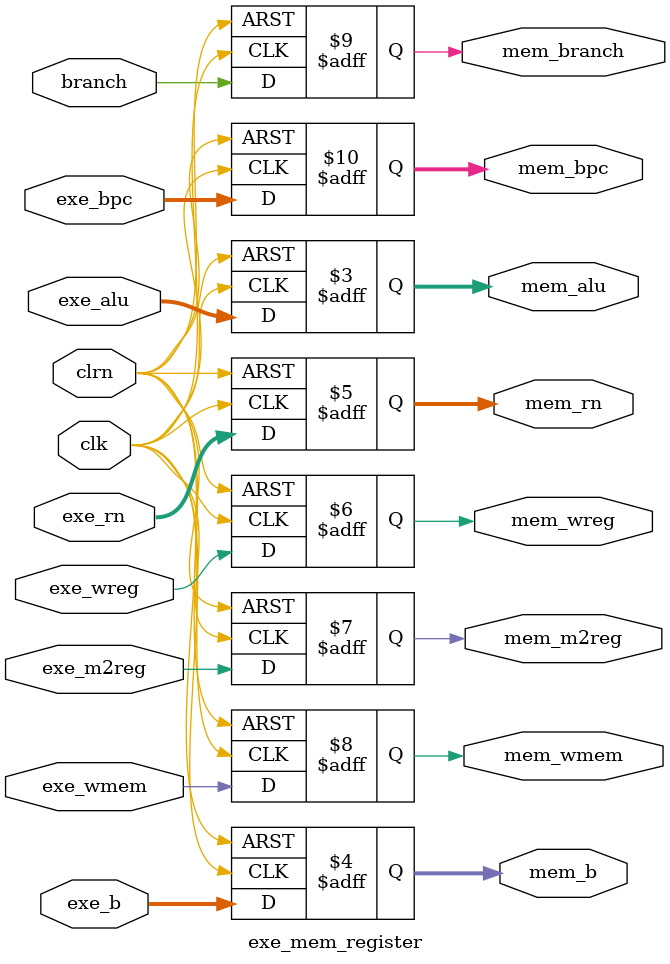
<source format=v>
`timescale 1ns / 1ps
module exe_mem_register(clk,clrn,
                        branch,
                        exe_wreg,exe_m2reg,exe_wmem,exe_alu,exe_b,exe_rn,
                        exe_bpc,
                        mem_wreg,mem_m2reg,mem_wmem,mem_alu,mem_b,mem_rn,
                        mem_bpc,
                        mem_branch
                       );
input [31:0] exe_alu,exe_b;		//exe_b-在store指令的情况下需要将rt写入存储器
input [4:0] exe_rn;
input branch;
input exe_wreg,exe_m2reg,exe_wmem;
input clk,clrn;
input [31:0] exe_bpc;
output reg [31:0] mem_alu,mem_b;
output reg [4:0] mem_rn;
output reg mem_wreg,mem_m2reg,mem_wmem;		//mem_z为从寄存器输出的EXE级输入信号-exe_z
output reg mem_branch;
output reg [31:0] mem_bpc;

//请在下方补充代码以完成流水线寄存器
//////////////////////////////////////////////////////////////////////////////

always @(posedge clk or negedge clrn) begin
    if (clrn == 0)	begin
        mem_alu <= 0;
        mem_b <= 0;
        mem_rn <= 0;
        mem_wreg <= 0;
        mem_m2reg <= 0;
        mem_wmem <= 0;
        mem_branch <= 0;
        mem_bpc <= 0;
    end
    else begin
        mem_alu <= exe_alu;
        mem_b <= exe_b;
        mem_rn <= exe_rn;
        mem_wreg <= exe_wreg;
        mem_m2reg <= exe_m2reg;
        mem_wmem <= exe_wmem;
        mem_branch <= branch;
        mem_bpc <= exe_bpc;
    end
end

endmodule

</source>
